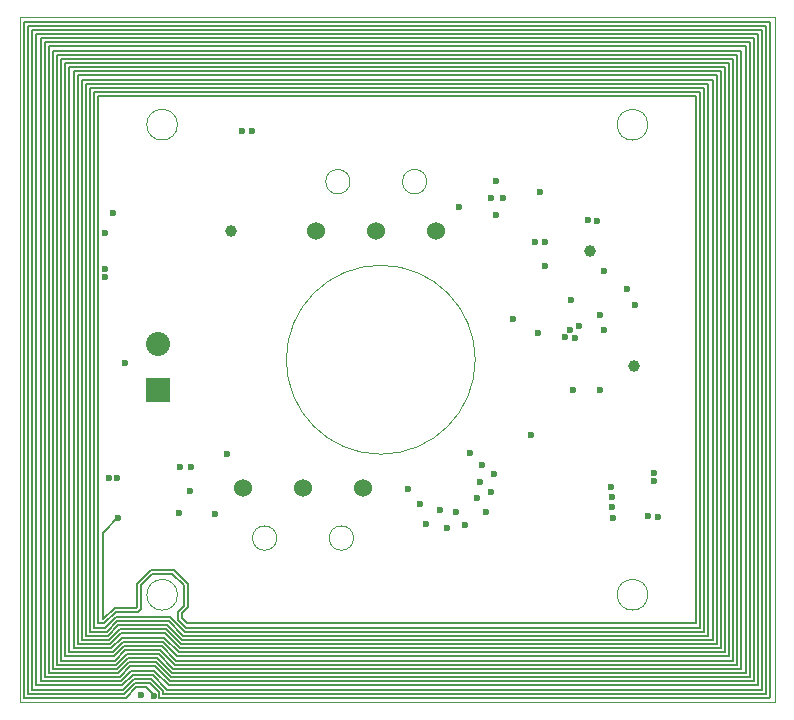
<source format=gbr>
%TF.GenerationSoftware,KiCad,Pcbnew,(5.1.5)-3*%
%TF.CreationDate,2020-08-30T11:50:14-07:00*%
%TF.ProjectId,ypanel,7970616e-656c-42e6-9b69-6361645f7063,rev?*%
%TF.SameCoordinates,Original*%
%TF.FileFunction,Copper,L4,Inr*%
%TF.FilePolarity,Positive*%
%FSLAX46Y46*%
G04 Gerber Fmt 4.6, Leading zero omitted, Abs format (unit mm)*
G04 Created by KiCad (PCBNEW (5.1.5)-3) date 2020-08-30 11:50:14*
%MOMM*%
%LPD*%
G04 APERTURE LIST*
%ADD10C,0.100000*%
%ADD11C,0.050000*%
%ADD12C,2.032000*%
%ADD13R,2.032000X2.032000*%
%ADD14C,1.000000*%
%ADD15C,1.524000*%
%ADD16C,0.600000*%
%ADD17C,0.190000*%
G04 APERTURE END LIST*
D10*
X151587000Y-99000001D02*
G75*
G03X151587000Y-99000001I-8000000J0D01*
G01*
X134779564Y-114100000D02*
G75*
G03X134779564Y-114100000I-1029564J0D01*
G01*
X141279564Y-114100000D02*
G75*
G03X141279564Y-114100000I-1029564J0D01*
G01*
X126375000Y-118900000D02*
G75*
G03X126375000Y-118900000I-1300000J0D01*
G01*
X140979564Y-83920436D02*
G75*
G03X140979564Y-83920436I-1029564J0D01*
G01*
X147479564Y-83920436D02*
G75*
G03X147479564Y-83920436I-1029564J0D01*
G01*
X176975000Y-70000000D02*
X176975000Y-128000000D01*
X166200000Y-118900000D02*
G75*
G03X166200000Y-118900000I-1300000J0D01*
G01*
D11*
X126372800Y-79100000D02*
G75*
G03X126372800Y-79100000I-1300000J0D01*
G01*
D10*
X166195000Y-79102480D02*
G75*
G03X166195000Y-79102480I-1300000J0D01*
G01*
X176975000Y-70000000D02*
X113000000Y-70000000D01*
X113000000Y-128000000D02*
X176975000Y-128000000D01*
X113000000Y-70000000D02*
X113000000Y-128000000D01*
D12*
X124764800Y-97691060D03*
D13*
X124764800Y-101546660D03*
D14*
X161267720Y-89773460D03*
X130873500Y-88138000D03*
X165036500Y-99568000D03*
D15*
X142080000Y-109900000D03*
X137000000Y-109900000D03*
X131920000Y-109900000D03*
X148300000Y-88100000D03*
X143200000Y-88100000D03*
X138100000Y-88100000D03*
D16*
X150197820Y-86072980D03*
X159634500Y-96507000D03*
X160350000Y-96150000D03*
X159200000Y-97050000D03*
X160050000Y-97150000D03*
X163220400Y-112369600D03*
X165100000Y-94350000D03*
X121900000Y-99250000D03*
X130558000Y-106991000D03*
X131800000Y-79600000D03*
X132650000Y-79600000D03*
X120200000Y-91300000D03*
X120200000Y-92000000D03*
X121250000Y-109000000D03*
X152146000Y-107950000D03*
X145923000Y-109982000D03*
X146939000Y-111252000D03*
X149987000Y-111887000D03*
X150749000Y-113030000D03*
X151765000Y-110744000D03*
X152527000Y-111887000D03*
X152019000Y-109347000D03*
X148590000Y-111760000D03*
X151130000Y-106934000D03*
X149225000Y-113284000D03*
X147447000Y-112903000D03*
X152908000Y-110236000D03*
X153162000Y-108712000D03*
X126492000Y-112014000D03*
X127532575Y-108101584D03*
X120549010Y-109000000D03*
X162149946Y-95220946D03*
X159829500Y-101536494D03*
X157483120Y-91084100D03*
X163200000Y-111500000D03*
X156301440Y-105384600D03*
X126600000Y-108077020D03*
X157050000Y-84800000D03*
X156876844Y-96740660D03*
X162450000Y-91500000D03*
X154750000Y-95550000D03*
X163200000Y-110650000D03*
X129550000Y-112050000D03*
X127400000Y-110150000D03*
X163100000Y-109750000D03*
X166200000Y-112250000D03*
X153340597Y-83865157D03*
X161100000Y-87150000D03*
X166700000Y-109300000D03*
X166700000Y-108550000D03*
X161870307Y-87229693D03*
X167100000Y-112300000D03*
X153339000Y-86767200D03*
X124400000Y-127450000D03*
X123250000Y-127400000D03*
X121300000Y-112395000D03*
X120269000Y-88265000D03*
X152894500Y-85332100D03*
X120950000Y-86550000D03*
X153897800Y-85332100D03*
X162115500Y-101600000D03*
X162496500Y-96520000D03*
X159670844Y-93971156D03*
X164401500Y-93027500D03*
X156641703Y-89002155D03*
X157504833Y-89002155D03*
D17*
X121323000Y-72127000D02*
X121373000Y-72127000D01*
X129423000Y-73177000D02*
X129523000Y-73177000D01*
X120523000Y-72827000D02*
X120673000Y-72827000D01*
X119323000Y-73527000D02*
X119973000Y-73527000D01*
X129073000Y-72827000D02*
X129223000Y-72827000D01*
X129223000Y-72827000D02*
X120523000Y-72827000D01*
X174823000Y-72127000D02*
X121323000Y-72127000D01*
X125823000Y-125873000D02*
X174823000Y-125873000D01*
X124573000Y-124623000D02*
X125823000Y-125873000D01*
X122273000Y-124623000D02*
X124573000Y-124623000D01*
X125923000Y-125523000D02*
X174473000Y-125523000D01*
X115477000Y-72477000D02*
X115477000Y-125523000D01*
X174473000Y-72477000D02*
X115477000Y-72477000D01*
X174823000Y-125873000D02*
X174823000Y-72127000D01*
X124673000Y-124273000D02*
X125923000Y-125523000D01*
X115477000Y-125523000D02*
X121373000Y-125523000D01*
X121373000Y-125523000D02*
X122273000Y-124623000D01*
X174473000Y-125523000D02*
X174473000Y-72477000D01*
X121273000Y-125173000D02*
X122173000Y-124273000D01*
X120523000Y-72827000D02*
X115827000Y-72827000D01*
X115827000Y-125173000D02*
X121273000Y-125173000D01*
X115827000Y-72827000D02*
X115827000Y-125173000D01*
X122173000Y-124273000D02*
X124673000Y-124273000D01*
X120323000Y-73177000D02*
X129523000Y-73177000D01*
X116177000Y-124823000D02*
X116177000Y-73177000D01*
X121173000Y-124823000D02*
X116177000Y-124823000D01*
X122073000Y-123923000D02*
X121173000Y-124823000D01*
X124773000Y-123923000D02*
X122073000Y-123923000D01*
X126023000Y-125173000D02*
X124773000Y-123923000D01*
X116177000Y-73177000D02*
X120323000Y-73177000D01*
X129223000Y-72827000D02*
X174123000Y-72827000D01*
X174123000Y-125173000D02*
X126023000Y-125173000D01*
X174123000Y-72827000D02*
X174123000Y-125173000D01*
X116527000Y-124473000D02*
X116527000Y-73527000D01*
X121973000Y-123573000D02*
X121073000Y-124473000D01*
X124873000Y-123573000D02*
X121973000Y-123573000D01*
X173773000Y-124823000D02*
X126123000Y-124823000D01*
X126123000Y-124823000D02*
X124873000Y-123573000D01*
X116527000Y-73527000D02*
X119323000Y-73527000D01*
X173773000Y-73177000D02*
X173773000Y-124823000D01*
X121073000Y-124473000D02*
X116527000Y-124473000D01*
X129523000Y-73177000D02*
X173773000Y-73177000D01*
X115127000Y-72127000D02*
X121323000Y-72127000D01*
X115127000Y-125873000D02*
X115127000Y-72127000D01*
X121773000Y-126923000D02*
X114077000Y-126923000D01*
X124173000Y-126023000D02*
X122673000Y-126023000D01*
X124273000Y-125673000D02*
X122573000Y-125673000D01*
X125173000Y-127023000D02*
X124173000Y-126023000D01*
X125173000Y-127273000D02*
X125173000Y-127023000D01*
X113727000Y-70727000D02*
X176223000Y-70727000D01*
X121873000Y-127273000D02*
X113727000Y-127273000D01*
X176223000Y-127273000D02*
X125173000Y-127273000D01*
X122773000Y-126373000D02*
X121873000Y-127273000D01*
X122673000Y-126023000D02*
X121773000Y-126923000D01*
X176223000Y-70727000D02*
X176223000Y-127273000D01*
X124073000Y-126373000D02*
X122773000Y-126373000D01*
X113727000Y-127273000D02*
X113727000Y-70727000D01*
X122873000Y-126723000D02*
X121995010Y-127600990D01*
X124823000Y-127600990D02*
X124823000Y-127123000D01*
X121995010Y-127600990D02*
X113399010Y-127600990D01*
X114077000Y-126923000D02*
X114077000Y-71077000D01*
X113399010Y-70399010D02*
X176573000Y-70399010D01*
X121573000Y-126223000D02*
X114777000Y-126223000D01*
X123673000Y-126723000D02*
X122873000Y-126723000D01*
X175873000Y-71077000D02*
X175873000Y-126923000D01*
X176495010Y-127600990D02*
X124823000Y-127600990D01*
X113399010Y-127600990D02*
X113399010Y-70399010D01*
X176573000Y-70399010D02*
X176573000Y-127523000D01*
X176573000Y-127523000D02*
X176495010Y-127600990D01*
X124273000Y-127323000D02*
X123673000Y-126723000D01*
X124823000Y-127123000D02*
X124073000Y-126373000D01*
X121473000Y-125873000D02*
X115127000Y-125873000D01*
X114077000Y-71077000D02*
X175873000Y-71077000D01*
X175873000Y-126923000D02*
X125523000Y-126923000D01*
X114777000Y-71777000D02*
X175173000Y-71777000D01*
X125523000Y-126923000D02*
X124273000Y-125673000D01*
X122573000Y-125673000D02*
X121673000Y-126573000D01*
X121673000Y-126573000D02*
X114427000Y-126573000D01*
X114427000Y-126573000D02*
X114427000Y-71427000D01*
X175173000Y-126223000D02*
X125723000Y-126223000D01*
X114427000Y-71427000D02*
X175523000Y-71427000D01*
X175523000Y-71427000D02*
X175523000Y-126573000D01*
X175523000Y-126573000D02*
X125623000Y-126573000D01*
X125623000Y-126573000D02*
X124373000Y-125323000D01*
X124373000Y-125323000D02*
X122473000Y-125323000D01*
X122473000Y-125323000D02*
X121573000Y-126223000D01*
X114777000Y-126223000D02*
X114777000Y-71777000D01*
X175173000Y-71777000D02*
X175173000Y-126223000D01*
X122373000Y-124973000D02*
X121473000Y-125873000D01*
X125723000Y-126223000D02*
X124473000Y-124973000D01*
X124473000Y-124973000D02*
X122373000Y-124973000D01*
X173423000Y-73527000D02*
X119323000Y-73527000D01*
X173423000Y-124473000D02*
X173423000Y-73527000D01*
X125023000Y-123223000D02*
X126273000Y-124473000D01*
X121873000Y-123223000D02*
X125023000Y-123223000D01*
X120973000Y-124123000D02*
X121873000Y-123223000D01*
X116877000Y-124123000D02*
X120973000Y-124123000D01*
X116877000Y-73877000D02*
X116877000Y-124123000D01*
X173073000Y-73877000D02*
X116877000Y-73877000D01*
X173073000Y-124123000D02*
X173073000Y-73877000D01*
X126373000Y-124123000D02*
X173073000Y-124123000D01*
X125123000Y-122873000D02*
X126373000Y-124123000D01*
X117227000Y-123773000D02*
X120873000Y-123773000D01*
X117227000Y-74227000D02*
X117227000Y-123773000D01*
X172723000Y-74227000D02*
X117227000Y-74227000D01*
X172723000Y-123773000D02*
X172723000Y-74227000D01*
X126473000Y-123773000D02*
X172723000Y-123773000D01*
X125223000Y-122523000D02*
X126473000Y-123773000D01*
X121673000Y-122523000D02*
X125223000Y-122523000D01*
X120773000Y-123423000D02*
X121673000Y-122523000D01*
X117577000Y-123423000D02*
X120773000Y-123423000D01*
X117577000Y-74577000D02*
X117577000Y-123423000D01*
X172373000Y-74577000D02*
X117577000Y-74577000D01*
X172373000Y-123423000D02*
X172373000Y-74577000D01*
X126573000Y-123423000D02*
X172373000Y-123423000D01*
X125323000Y-122173000D02*
X126573000Y-123423000D01*
X121573000Y-122173000D02*
X125323000Y-122173000D01*
X117927000Y-123073000D02*
X120673000Y-123073000D01*
X121473000Y-121823000D02*
X125423000Y-121823000D01*
X120573000Y-122723000D02*
X121473000Y-121823000D01*
X118277000Y-122723000D02*
X120573000Y-122723000D01*
X171673000Y-75277000D02*
X118277000Y-75277000D01*
X171673000Y-122723000D02*
X171673000Y-75277000D01*
X126773000Y-122723000D02*
X171673000Y-122723000D01*
X125523000Y-121473000D02*
X126773000Y-122723000D01*
X121373000Y-121473000D02*
X125523000Y-121473000D01*
X120473000Y-122373000D02*
X121373000Y-121473000D01*
X118627000Y-122373000D02*
X120473000Y-122373000D01*
X118627000Y-75627000D02*
X118627000Y-122373000D01*
X171323000Y-122373000D02*
X171323000Y-75627000D01*
X117927000Y-74927000D02*
X117927000Y-123073000D01*
X123037600Y-120345200D02*
X123291600Y-120091200D01*
X122936000Y-118008400D02*
X124104400Y-116840000D01*
X120180200Y-121323000D02*
X121158000Y-120345200D01*
X119677000Y-121323000D02*
X120180200Y-121323000D01*
X123291600Y-120091200D02*
X123291600Y-118110000D01*
X170273000Y-121323000D02*
X170273000Y-76677000D01*
X127165000Y-121323000D02*
X170273000Y-121323000D01*
X171323000Y-75627000D02*
X118627000Y-75627000D01*
X127254000Y-118008400D02*
X127254000Y-119938800D01*
X126873000Y-122373000D02*
X171323000Y-122373000D01*
X126746000Y-120904000D02*
X127165000Y-121323000D01*
X119677000Y-76677000D02*
X119677000Y-121323000D01*
X126273000Y-124473000D02*
X173423000Y-124473000D01*
X120104600Y-120941400D02*
X121056400Y-119989600D01*
X125423000Y-121823000D02*
X126673000Y-123073000D01*
X121056400Y-119989600D02*
X122885200Y-119989600D01*
X172023000Y-74927000D02*
X117927000Y-74927000D01*
X124104400Y-116840000D02*
X126085600Y-116840000D01*
X170273000Y-76677000D02*
X119677000Y-76677000D01*
X118277000Y-75277000D02*
X118277000Y-122723000D01*
X120027000Y-120941400D02*
X120104600Y-120941400D01*
X118977000Y-75977000D02*
X118977000Y-122023000D01*
X127254000Y-119938800D02*
X126746000Y-120446800D01*
X120873000Y-123773000D02*
X121773000Y-122873000D01*
X121427000Y-112268000D02*
X120027000Y-113668000D01*
X172023000Y-123073000D02*
X172023000Y-74927000D01*
X120027000Y-113668000D02*
X120027000Y-120941400D01*
X121158000Y-120345200D02*
X123037600Y-120345200D01*
X121773000Y-122873000D02*
X125123000Y-122873000D01*
X122885200Y-119989600D02*
X122936000Y-119938800D01*
X122936000Y-119938800D02*
X122936000Y-118008400D01*
X126673000Y-123073000D02*
X172023000Y-123073000D01*
X121273000Y-121123000D02*
X125623000Y-121123000D01*
X120673000Y-123073000D02*
X121573000Y-122173000D01*
X126085600Y-116840000D02*
X127254000Y-118008400D01*
X125623000Y-121123000D02*
X126873000Y-122373000D01*
X126746000Y-120446800D02*
X126746000Y-120904000D01*
X123291600Y-118110000D02*
X124256800Y-117144800D01*
X124256800Y-117144800D02*
X125933200Y-117144800D01*
X125933200Y-117144800D02*
X126898400Y-118110000D01*
X126898400Y-118110000D02*
X126898400Y-119837200D01*
X126898400Y-119837200D02*
X126390400Y-120345200D01*
X126390400Y-120345200D02*
X126390400Y-121005600D01*
X126390400Y-121005600D02*
X127057800Y-121673000D01*
X127057800Y-121673000D02*
X170623000Y-121673000D01*
X170623000Y-121673000D02*
X170623000Y-76327000D01*
X170623000Y-76327000D02*
X119327000Y-76327000D01*
X119327000Y-76327000D02*
X119327000Y-121673000D01*
X119327000Y-121673000D02*
X120273000Y-121673000D01*
X120273000Y-121673000D02*
X121173000Y-120773000D01*
X121173000Y-120773000D02*
X125723000Y-120773000D01*
X125723000Y-120773000D02*
X126973000Y-122023000D01*
X126973000Y-122023000D02*
X170973000Y-122023000D01*
X170973000Y-122023000D02*
X170973000Y-75977000D01*
X170973000Y-75977000D02*
X118977000Y-75977000D01*
X118977000Y-122023000D02*
X120373000Y-122023000D01*
X120373000Y-122023000D02*
X121273000Y-121123000D01*
M02*

</source>
